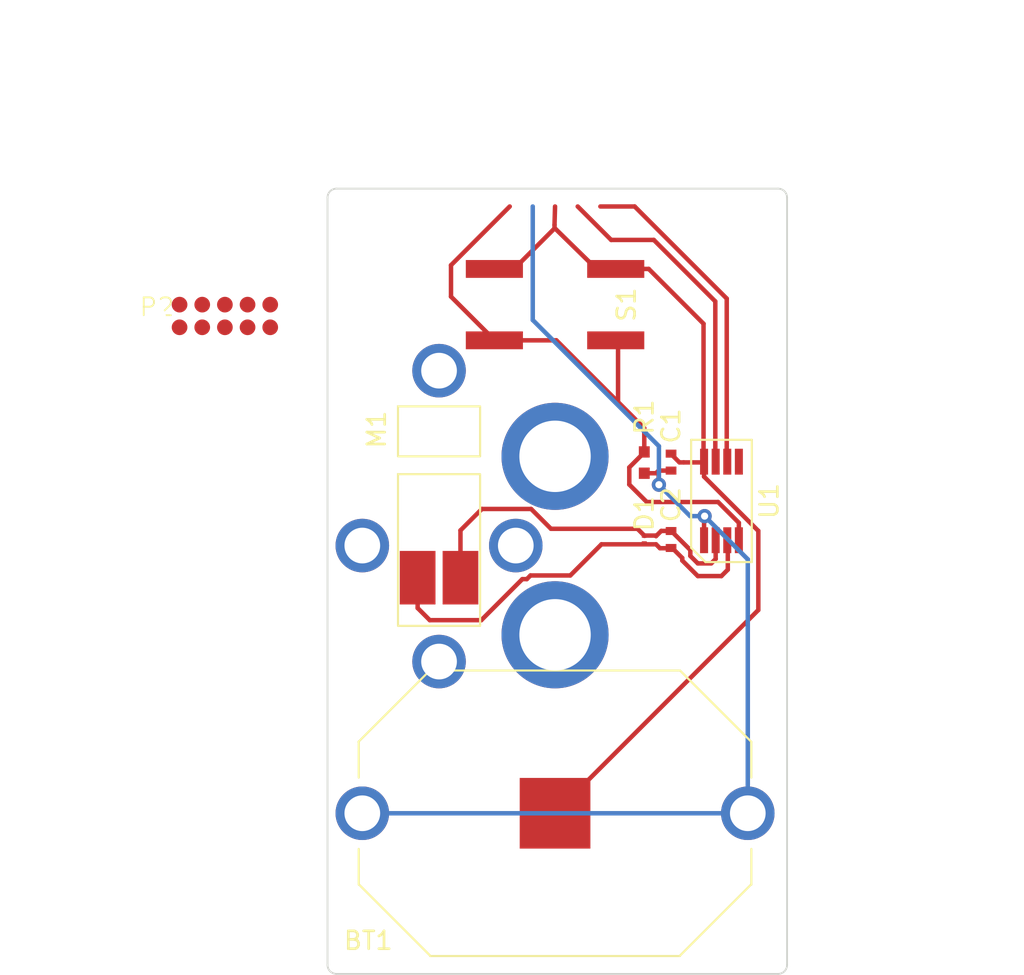
<source format=kicad_pcb>
(kicad_pcb (version 20240108) (generator "pcbnew") (generator_version "8.0")
  (layers (0 "F.Cu" signal) (31 "B.Cu" signal) (35 "F.Paste" user) (37 "F.SilkS" user "F.Silkscreen") (38 "B.Mask" user) (39 "F.Mask" user) (44 "Edge.Cuts" user))
  (net 0 "")
  (net 1 "3V")
  (net 2 "GND")
  (net 3 "Net-(C2-Pad2)")
  (net 4 "Net-(C2-Pad1)")
  (net 5 "Net-(M1-+)")
  (net 6 "Net-(M1--)")
  (net 7 "Net-(P2-PGD)")
  (net 10 "Net-(P2-MCLR_N)")
  (net 15 "unconnected-(U1-RA1{slash}ICSPCLK-Pad6)")
  (footprint "generic_footprints:cap-0402" (layer "F.Cu") (at 114.45 94.525 90)
    (property "Reference" "C1" (at 2.025 0 90) (layer "F.SilkS"))
    (property "Value" ".1uF")
    (pad "1" smd rect (at -0.475 0 90) (size 0.45 0.6) (layers "F.Cu" "F.Paste" "F.Mask") (net 1 "3V"))
    (pad "2" smd rect (at 0.475 0 90) (size 0.45 0.6) (layers "F.Cu" "F.Paste" "F.Mask") (net 2 "GND"))
  )
  (footprint "generic_footprints:res_0402" (layer "F.Cu") (at 112.95 94.55 90)
    (property "Reference" "R1" (at 2.55 0 90) (layer "F.SilkS"))
    (property "Value" "10k")
    (pad "1" smd rect (at -0.597 0 90) (size 0.635 0.61) (layers "F.Cu" "F.Paste" "F.Mask") (net 1 "3V"))
    (pad "2" smd rect (at 0.597 0 90) (size 0.635 0.61) (layers "F.Cu" "F.Paste" "F.Mask") (net 10 "Net-(P2-MCLR_N)"))
  )
  (footprint "generic_footprints:cap-0402" (layer "F.Cu") (at 114.45 98.86 90)
    (property "Reference" "C2" (at 1.95 0 90) (layer "F.SilkS"))
    (property "Value" ".1uF")
    (pad "1" smd rect (at -0.475 0 90) (size 0.45 0.6) (layers "F.Cu" "F.Paste" "F.Mask") (net 4 "Net-(C2-Pad1)"))
    (pad "2" smd rect (at 0.475 0 90) (size 0.45 0.6) (layers "F.Cu" "F.Paste" "F.Mask") (net 3 "Net-(C2-Pad2)"))
  )
  (footprint "GymTimer:Z4TH7B2120042P" (layer "F.Cu") (at 101.45 95.2)
    (property "Reference" "M1" (at -3.5 -2.5 90) (layer "F.SilkS"))
    (property "Value" "VibrationDCmotor")
    (fp_rect (start -2.3 -3.8) (end 2.3 -1) (stroke (width 0.12)) (fill none) (layer "F.SilkS"))
    (fp_rect (start -2.3 0) (end 2.3 8.5) (stroke (width 0.12)) (fill none) (layer "F.SilkS"))
    (pad "" thru_hole circle (at -4.3 4) (size 3 3) (drill 2) (layers "*.Cu" "*.Mask"))
    (pad "" thru_hole circle (at 0 -5.8) (size 3 3) (drill 2) (layers "*.Cu" "*.Mask"))
    (pad "" thru_hole circle (at 0 10.5) (size 3 3) (drill 2) (layers "*.Cu" "*.Mask"))
    (pad "" thru_hole circle (at 4.3 4) (size 3 3) (drill 2) (layers "*.Cu" "*.Mask"))
    (pad "1" smd rect (at 1.2 5.8) (size 2 3) (layers "F.Cu" "F.Paste" "F.Mask") (net 5 "Net-(M1-+)"))
    (pad "2" smd rect (at -1.2 5.8) (size 2 3) (layers "F.Cu" "F.Paste" "F.Mask") (net 6 "Net-(M1--)"))
  )
  (footprint "GymTimer:PIC12F1571 MSOP8" (layer "F.Cu") (at 117.275 96.7 90)
    (property "Reference" "U1" (at 0 2.675 -90) (layer "F.SilkS"))
    (property "Value" "PIC12F1571")
    (fp_line (start 3.425 -1.7) (end 3.425 1.7) (stroke (width 0.12)) (layer "F.SilkS"))
    (fp_line (start -2.625 -1.7) (end 3.425 -1.7) (stroke (width 0.12)) (layer "F.SilkS"))
    (fp_line (start -3.425 -0.9) (end -2.625 -1.7) (stroke (width 0.12)) (layer "F.SilkS"))
    (fp_line (start 3.425 1.7) (end -3.425 1.7) (stroke (width 0.12)) (layer "F.SilkS"))
    (fp_line (start -3.425 1.7) (end -3.425 -0.9) (stroke (width 0.12)) (layer "F.SilkS"))
    (pad "1" smd rect (at -2.2 -0.975) (size 0.45 1.45) (layers "F.Cu" "F.Paste" "F.Mask") (net 1 "3V"))
    (pad "2" smd rect (at -2.2 -0.325) (size 0.45 1.45) (layers "F.Cu" "F.Paste" "F.Mask") (net 5 "Net-(M1-+)"))
    (pad "3" smd rect (at -2.2 0.325) (size 0.45 1.45) (layers "F.Cu" "F.Paste" "F.Mask") (net 6 "Net-(M1--)"))
    (pad "4" smd rect (at -2.2 0.975) (size 0.45 1.45) (layers "F.Cu" "F.Paste" "F.Mask") (net 10 "Net-(P2-MCLR_N)"))
    (pad "5" smd rect (at 2.2 0.975) (size 0.45 1.45) (layers "F.Cu" "F.Paste" "F.Mask"))
    (pad "6" smd rect (at 2.2 0.325) (size 0.45 1.45) (layers "F.Cu" "F.Paste" "F.Mask") (net 15 "unconnected-(U1-RA1{slash}ICSPCLK-Pad6)"))
    (pad "7" smd rect (at 2.2 -0.325) (size 0.45 1.45) (layers "F.Cu" "F.Paste" "F.Mask") (net 7 "Net-(P2-PGD)"))
    (pad "8" smd rect (at 2.2 -0.975) (size 0.45 1.45) (layers "F.Cu" "F.Paste" "F.Mask") (net 2 "GND"))
  )
  (footprint "GymTimer:SPST-NO-EVQ-Q2U02W" (layer "F.Cu") (at 107.95 85.7 180)
    (property "Reference" "S1" (at -4 0 90) (layer "F.SilkS"))
    (property "Value" "SPST_NO_4pin")
    (pad "1" smd rect (at -3.4 2 180) (size 3.2 1) (layers "F.Cu" "F.Paste" "F.Mask") (net 2 "GND"))
    (pad "2" smd rect (at 3.4 2 180) (size 3.2 1) (layers "F.Cu" "F.Paste" "F.Mask") (net 2 "GND"))
    (pad "3" smd rect (at -3.4 -2 180) (size 3.2 1) (layers "F.Cu" "F.Paste" "F.Mask") (net 10 "Net-(P2-MCLR_N)"))
    (pad "4" smd rect (at 3.4 -2 180) (size 3.2 1) (layers "F.Cu" "F.Paste" "F.Mask") (net 10 "Net-(P2-MCLR_N)"))
  )
  (footprint "GymTimer:BK-913" (layer "F.Cu") (at 107.95 114.2)
    (property "Reference" "BT1" (at -10.465445 7.135092 0) (layer "F.SilkS"))
    (property "Value" "3")
    (fp_line (start -11.017759 -3.999265) (end -7.017759 -7.999265) (stroke (width 0.12)) (layer "F.SilkS"))
    (fp_line (start -11 -4) (end -11 -2) (stroke (width 0.12)) (layer "F.SilkS"))
    (fp_line (start -11 4) (end -11 2) (stroke (width 0.12)) (layer "F.SilkS"))
    (fp_line (start -10.976076 4.001406) (end -6.976076 8.001406) (stroke (width 0.12)) (layer "F.SilkS"))
    (fp_line (start 7 -8) (end -7 -8) (stroke (width 0.12)) (layer "F.SilkS"))
    (fp_line (start 7 -8) (end 11 -4) (stroke (width 0.12)) (layer "F.SilkS"))
    (fp_line (start 7 8) (end -7 8) (stroke (width 0.12)) (layer "F.SilkS"))
    (fp_line (start 7.001406 7.976076) (end 11.001406 3.976076) (stroke (width 0.12)) (layer "F.SilkS"))
    (fp_line (start 11 -4) (end 11 -2) (stroke (width 0.12)) (layer "F.SilkS"))
    (fp_line (start 11 4) (end 11 2) (stroke (width 0.12)) (layer "F.SilkS"))
    (pad "1" thru_hole circle (at -10.8 0) (size 3 3) (drill 2) (layers "*.Cu" "*.Mask") (net 1 "3V"))
    (pad "1" thru_hole circle (at 10.8 0) (size 3 3) (drill 2) (layers "*.Cu" "*.Mask") (net 1 "3V"))
    (pad "2" smd roundrect (at 0 0) (size 3.96 3.96) (layers "F.Cu" "F.Paste" "F.Mask") (chamfer_ratio 0) (chamfer top_left top_right bottom_left bottom_right) (net 2 "GND"))
  )
  (footprint "GymTimer:TVS - PESD4V0Y1BSFYL" (layer "F.Cu") (at 112.95 98.86 -90)
    (property "Reference" "D1" (at -1.45 0 90) (layer "F.SilkS"))
    (property "Value" "diode_TVS_bidirectional")
    (pad "1" smd rect (at -0.2 0 270) (size 0.2 0.28) (layers "F.Cu" "F.Paste" "F.Mask") (net 3 "Net-(C2-Pad2)"))
    (pad "2" smd rect (at 0.2 0 270) (size 0.2 0.28) (layers "F.Cu" "F.Paste" "F.Mask") (net 4 "Net-(C2-Pad1)"))
  )
  (footprint "GymTimer:TC2050-idc" (layer "F.Cu") (at 85.64 86.335)
    (property "Reference" "P2" (at 0 -0.5 0) (layer "F.SilkS") (effects (font (thickness 0.1))))
    (property "Value" "PICprogrammingheader")
    (pad "" np_thru_hole circle (at 0 -2.54) (size 2.3749 2.3749) (drill 2.3749) (layers "F&B.Cu" "*.Mask"))
    (pad "" np_thru_hole circle (at 0 0) (size 0.9906 0.9906) (drill 0.9906) (layers "F&B.Cu" "*.Mask"))
    (pad "" np_thru_hole circle (at 0 2.54) (size 2.3749 2.3749) (drill 2.3749) (layers "F&B.Cu" "*.Mask"))
    (pad "" np_thru_hole circle (at 5.715 -2.54) (size 2.3749 2.3749) (drill 2.3749) (layers "F&B.Cu" "*.Mask"))
    (pad "" np_thru_hole circle (at 5.715 2.54) (size 2.3749 2.3749) (drill 2.3749) (layers "F&B.Cu" "*.Mask"))
    (pad "" np_thru_hole circle (at 7.62 -1.015) (size 0.9906 0.9906) (drill 0.9906) (layers "F&B.Cu" "*.Mask"))
    (pad "" np_thru_hole circle (at 7.62 1.015) (size 0.9906 0.9906) (drill 0.9906) (layers "F&B.Cu" "*.Mask"))
    (pad "1" smd circle (at 1.27 0.635) (size 0.878 0.878) (layers "F.Cu" "F.Paste" "F.Mask"))
    (pad "2" smd circle (at 2.54 0.635) (size 0.878 0.878) (layers "F.Cu" "F.Paste" "F.Mask"))
    (pad "3" smd circle (at 3.81 0.635) (size 0.878 0.878) (layers "F.Cu" "F.Paste" "F.Mask") (net 7 "Net-(P2-PGD)"))
    (pad "4" smd circle (at 5.08 0.635) (size 0.878 0.878) (layers "F.Cu" "F.Paste" "F.Mask"))
    (pad "5" smd circle (at 6.35 0.635) (size 0.878 0.878) (layers "F.Cu" "F.Paste" "F.Mask") (net 2 "GND"))
    (pad "6" smd circle (at 6.35 -0.635) (size 0.878 0.878) (layers "F.Cu" "F.Paste" "F.Mask"))
    (pad "7" smd circle (at 5.08 -0.635) (size 0.878 0.878) (layers "F.Cu" "F.Paste" "F.Mask") (net 1 "3V"))
    (pad "8" smd circle (at 3.81 -0.635) (size 0.878 0.878) (layers "F.Cu" "F.Paste" "F.Mask"))
    (pad "9" smd circle (at 2.54 -0.635) (size 0.878 0.878) (layers "F.Cu" "F.Paste" "F.Mask") (net 10 "Net-(P2-MCLR_N)"))
    (pad "10" smd circle (at 1.27 -0.635) (size 0.878 0.878) (layers "F.Cu" "F.Paste" "F.Mask"))
  )
  (footprint "GymTimer:belt_clip" (layer "B.Cu") (at 107.95 99.2 180)
    (property "Reference" "REF**" (hide yes))
    (property "Value" "belt_clip")
    (pad "1" thru_hole circle (at 0 -5 180) (size 6 6) (drill 4) (layers "*.Cu" "*.Mask"))
    (pad "1" thru_hole circle (at 0 5 180) (size 6 6) (drill 4) (layers "*.Cu" "*.Mask"))
  )
  (gr_arc (start 95.7 123.2) (mid 95.346447 123.053553) (end 95.2 122.7) (stroke (width 0.1)) (layer "Edge.Cuts"))
  (gr_line (start 95.2 122.7) (end 95.2 79.7) (stroke (width 0.1)) (layer "Edge.Cuts"))
  (gr_line (start 95.7 79.2) (end 120.45 79.2) (stroke (width 0.1)) (layer "Edge.Cuts"))
  (gr_arc (start 120.45 79.2) (mid 120.803553 79.346447) (end 120.95 79.7) (stroke (width 0.1)) (layer "Edge.Cuts"))
  (gr_line (start 120.95 79.7) (end 120.95 122.7) (stroke (width 0.1)) (layer "Edge.Cuts"))
  (gr_arc (start 120.95 122.7) (mid 120.803553 123.053553) (end 120.45 123.2) (stroke (width 0.1)) (layer "Edge.Cuts"))
  (gr_arc (start 95.2 79.7) (mid 95.346447 79.346447) (end 95.7 79.2) (stroke (width 0.1)) (layer "Edge.Cuts"))
  (gr_line (start 120.45 123.2) (end 95.7 123.2) (stroke (width 0.1)) (layer "Edge.Cuts"))
  (segment (start 113.75 95.77) (end 113.77 95.79) (width 0.25) (layer "F.Cu") (net 1))
  (segment (start 112.95 95.147) (end 113.603 95.147) (width 0.25) (layer "F.Cu") (net 1))
  (segment (start 113.603 95.147) (end 113.75 95) (width 0.25) (layer "F.Cu") (net 1))
  (segment (start 113.75 95) (end 113.75 95.77) (width 0.25) (layer "F.Cu") (net 1))
  (segment (start 116.3 97.58) (end 116.33 97.55) (width 0.25) (layer "F.Cu") (net 1))
  (segment (start 113.75 95) (end 114.45 95) (width 0.25) (layer "F.Cu") (net 1))
  (segment (start 116.3 98.9) (end 116.3 97.58) (width 0.25) (layer "F.Cu") (net 1))
  (via (at 113.77 95.79) (size 0.8) (drill 0.4) (layers "F.Cu" "B.Cu") (net 1))
  (via (at 116.33 97.55) (size 0.8) (drill 0.4) (layers "F.Cu" "B.Cu") (net 1))
  (segment (start 113.77 93.63) (end 106.7 86.56) (width 0.25) (layer "B.Cu") (net 1))
  (segment (start 118.75 114.2) (end 118.75 99.97) (width 0.25) (layer "B.Cu") (net 1))
  (segment (start 113.77 95.79) (end 113.77 95.8) (width 0.25) (layer "B.Cu") (net 1))
  (segment (start 97.15 114.2) (end 118.79 114.2) (width 0.25) (layer "B.Cu") (net 1))
  (segment (start 113.77 95.8) (end 115.52 97.55) (width 0.25) (layer "B.Cu") (net 1))
  (segment (start 106.7 86.56) (end 106.7 80.2) (width 0.25) (layer "B.Cu") (net 1))
  (segment (start 118.75 99.97) (end 116.33 97.55) (width 0.25) (layer "B.Cu") (net 1))
  (segment (start 118.79 114.2) (end 118.87 114.28) (width 0.25) (layer "B.Cu") (net 1))
  (segment (start 115.52 97.55) (end 116.33 97.55) (width 0.25) (layer "B.Cu") (net 1))
  (segment (start 113.77 95.79) (end 113.77 93.63) (width 0.25) (layer "B.Cu") (net 1))
  (segment (start 119.34 98.37859) (end 116.3 95.33859) (width 0.25) (layer "F.Cu") (net 2))
  (segment (start 115.16 94.54) (end 116.3 94.54) (width 0.25) (layer "F.Cu") (net 2))
  (segment (start 107.92 81.23) (end 107.92 81.43) (width 0.25) (layer "F.Cu") (net 2))
  (segment (start 111.35 83.7) (end 113.2 83.7) (width 0.25) (layer "F.Cu") (net 2))
  (segment (start 116.27 86.77) (end 116.27 94.6) (width 0.25) (layer "F.Cu") (net 2))
  (segment (start 116.3 94.54) (end 116.31 94.53) (width 0.25) (layer "F.Cu") (net 2))
  (segment (start 111.35 83.7) (end 110.27 83.7) (width 0.25) (layer "F.Cu") (net 2))
  (segment (start 110.27 83.7) (end 107.95 81.43) (width 0.25) (layer "F.Cu") (net 2))
  (segment (start 119.34 102.81) (end 119.34 98.37859) (width 0.25) (layer "F.Cu") (net 2))
  (segment (start 107.95 80.2) (end 107.92 81.23) (width 0.25) (layer "F.Cu") (net 2))
  (segment (start 107.92 81.43) (end 105.82 83.53) (width 0.25) (layer "F.Cu") (net 2))
  (segment (start 113.2 83.7) (end 116.27 86.77) (width 0.25) (layer "F.Cu") (net 2))
  (segment (start 116.3 95.33859) (end 116.3 94.52) (width 0.25) (layer "F.Cu") (net 2))
  (segment (start 107.95 114.2) (end 119.34 102.81) (width 0.25) (layer "F.Cu") (net 2))
  (segment (start 115.16 94.54) (end 114.92 94.54) (width 0.25) (layer "F.Cu") (net 2))
  (segment (start 114.92 94.54) (end 114.46 94.08) (width 0.25) (layer "F.Cu") (net 2))
  (segment (start 116.95 98.9) (end 116.95 99.95) (width 0.25) (layer "F.Cu") (net 3))
  (segment (start 116.95 99.95) (end 116.7 100.2) (width 0.25) (layer "F.Cu") (net 3))
  (segment (start 113.9 98.38) (end 113.61 98.67) (width 0.25) (layer "F.Cu") (net 3))
  (segment (start 102.65 101) (end 102.65 98.35) (width 0.25) (layer "F.Cu") (net 3))
  (segment (start 112.57 98.26) (end 107.72 98.26) (width 0.25) (layer "F.Cu") (net 3))
  (segment (start 115.53001 99.45001) (end 114.46 98.38) (width 0.25) (layer "F.Cu") (net 3))
  (segment (start 114.46 98.38) (end 113.9 98.38) (width 0.25) (layer "F.Cu") (net 3))
  (segment (start 107.72 98.26) (end 106.61 97.15) (width 0.25) (layer "F.Cu") (net 3))
  (segment (start 113.58 98.64) (end 112.98 98.64) (width 0.25) (layer "F.Cu") (net 3))
  (segment (start 116.7 100.2) (end 115.95 100.2) (width 0.25) (layer "F.Cu") (net 3))
  (segment (start 114.45 98.385) (end 114.49501 98.33999) (width 0.25) (layer "F.Cu") (net 3))
  (segment (start 106.61 97.15) (end 103.85 97.15) (width 0.25) (layer "F.Cu") (net 3))
  (segment (start 113.61 98.67) (end 113.58 98.64) (width 0.25) (layer "F.Cu") (net 3))
  (segment (start 112.57 98.26) (end 112.95 98.64) (width 0.25) (layer "F.Cu") (net 3))
  (segment (start 102.65 98.35) (end 103.85 97.15) (width 0.25) (layer "F.Cu") (net 3))
  (segment (start 112.98 98.64) (end 112.96 98.66) (width 0.25) (layer "F.Cu") (net 3))
  (segment (start 115.95 100.2) (end 115.53001 99.78001) (width 0.25) (layer "F.Cu") (net 3))
  (segment (start 115.53001 99.78001) (end 115.53001 99.45001) (width 0.25) (layer "F.Cu") (net 3))
  (segment (start 117.63 100.55) (end 117.63 98.86) (width 0.25) (layer "F.Cu") (net 4))
  (segment (start 100.25 102.7) (end 100.93 103.38) (width 0.25) (layer "F.Cu") (net 4))
  (segment (start 110.55 99.13) (end 113.61 99.13) (width 0.25) (layer "F.Cu") (net 4))
  (segment (start 114.53 99.35) (end 115.08 99.9) (width 0.25) (layer "F.Cu") (net 4))
  (segment (start 113.83 99.35) (end 114.53 99.35) (width 0.25) (layer "F.Cu") (net 4))
  (segment (start 100.93 103.38) (end 103.8171 103.38) (width 0.25) (layer "F.Cu") (net 4))
  (segment (start 115.08 99.9) (end 115.08 100.04) (width 0.25) (layer "F.Cu") (net 4))
  (segment (start 103.8171 103.38) (end 106.1171 101.08) (width 0.25) (layer "F.Cu") (net 4))
  (segment (start 115.95 100.91) (end 117.27 100.91) (width 0.25) (layer "F.Cu") (net 4))
  (segment (start 106.572941 100.875489) (end 108.804511 100.875489) (width 0.25) (layer "F.Cu") (net 4))
  (segment (start 117.27 100.91) (end 117.63 100.55) (width 0.25) (layer "F.Cu") (net 4))
  (segment (start 100.25 101) (end 100.25 102.7) (width 0.25) (layer "F.Cu") (net 4))
  (segment (start 108.804511 100.875489) (end 110.55 99.13) (width 0.25) (layer "F.Cu") (net 4))
  (segment (start 106.36843 101.08) (end 106.572941 100.875489) (width 0.25) (layer "F.Cu") (net 4))
  (segment (start 113.61 99.13) (end 113.83 99.35) (width 0.25) (layer "F.Cu") (net 4))
  (segment (start 106.1171 101.08) (end 106.36843 101.08) (width 0.25) (layer "F.Cu") (net 4))
  (segment (start 115.08 100.04) (end 115.95 100.91) (width 0.25) (layer "F.Cu") (net 4))
  (segment (start 109.22 80.2) (end 111.095001 82.075001) (width 0.25) (layer "F.Cu") (net 7))
  (segment (start 111.095001 82.075001) (end 113.485001 82.075001) (width 0.25) (layer "F.Cu") (net 7))
  (segment (start 116.93 85.52) (end 116.93 94.6) (width 0.25) (layer "F.Cu") (net 7))
  (segment (start 113.485001 82.075001) (end 116.93 85.52) (width 0.25) (layer "F.Cu") (net 7))
  (segment (start 108.025 87.7) (end 111.48 91.155) (width 0.25) (layer "F.Cu") (net 10))
  (segment (start 104.55 87.7) (end 108.025 87.7) (width 0.25) (layer "F.Cu") (net 10))
  (segment (start 111.48 91.155) (end 111.48 87.74) (width 0.25) (layer "F.Cu") (net 10))
  (segment (start 118.25 98.9) (end 118.25 97.925) (width 0.25) (layer "F.Cu") (net 10))
  (segment (start 102.12 83.49) (end 102.12 85.25) (width 0.25) (layer "F.Cu") (net 10))
  (segment (start 105.41 80.2) (end 102.12 83.49) (width 0.25) (layer "F.Cu") (net 10))
  (segment (start 102.12 85.25) (end 104.6 87.73) (width 0.25) (layer "F.Cu") (net 10))
  (segment (start 112.95 93.96) (end 112.94 93.97) (width 0.25) (layer "F.Cu") (net 10))
  (segment (start 112.95 92.625) (end 112.95 93.96) (width 0.25) (layer "F.Cu") (net 10))
  (segment (start 112.11 94.82) (end 112.96 93.97) (width 0.25) (layer "F.Cu") (net 10))
  (segment (start 112.95 92.625) (end 112.8775 92.5525) (width 0.25) (layer "F.Cu") (net 10))
  (segment (start 112.11 95.78) (end 112.11 94.82) (width 0.25) (layer "F.Cu") (net 10))
  (segment (start 112.8775 92.5525) (end 111.48 91.155) (width 0.25) (layer "F.Cu") (net 10))
  (segment (start 113.09 96.76) (end 112.11 95.78) (width 0.25) (layer "F.Cu") (net 10))
  (segment (start 118.25 97.925) (end 117.085 96.76) (width 0.25) (layer "F.Cu") (net 10))
  (segment (start 117.085 96.76) (end 113.09 96.76) (width 0.25) (layer "F.Cu") (net 10))
  (segment (start 117.57 85.36) (end 117.57 94.51) (width 0.25) (layer "F.Cu") (net 15))
  (segment (start 110.49 80.2) (end 112.41 80.2) (width 0.25) (layer "F.Cu") (net 15))
  (segment (start 112.41 80.2) (end 117.57 85.36) (width 0.25) (layer "F.Cu") (net 15))
)
</source>
